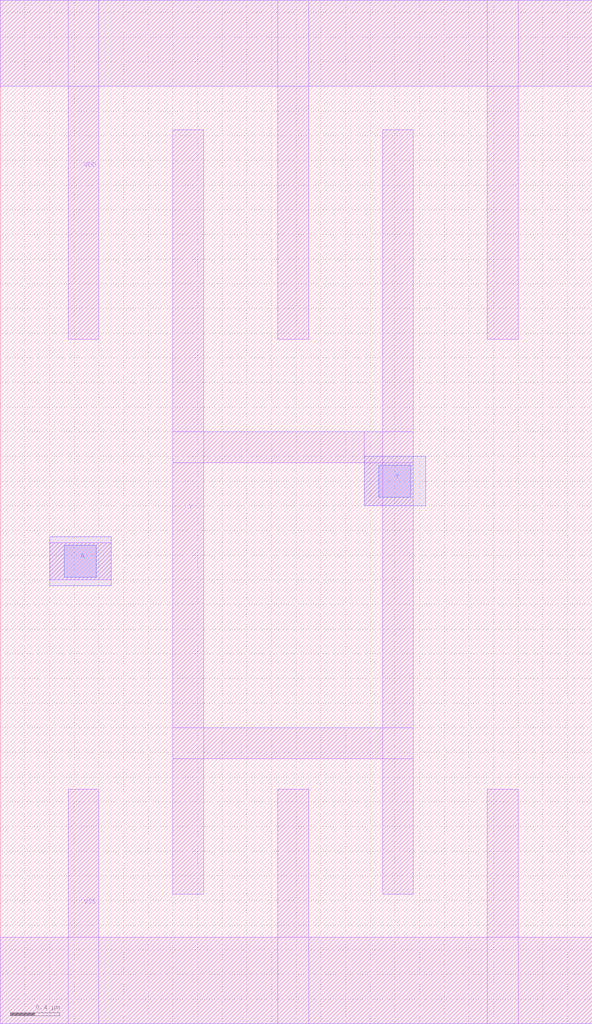
<source format=lef>
# Copyright 2022 Google LLC
# Licensed under the Apache License, Version 2.0 (the "License");
# you may not use this file except in compliance with the License.
# You may obtain a copy of the License at
#
#      http://www.apache.org/licenses/LICENSE-2.0
#
# Unless required by applicable law or agreed to in writing, software
# distributed under the License is distributed on an "AS IS" BASIS,
# WITHOUT WARRANTIES OR CONDITIONS OF ANY KIND, either express or implied.
# See the License for the specific language governing permissions and
# limitations under the License.
VERSION 5.7 ;
BUSBITCHARS "[]" ;
DIVIDERCHAR "/" ;

MACRO gf180mcu_osu_sc_gp12t3v3__inv_4
  CLASS CORE ;
  ORIGIN 0 0 ;
  FOREIGN gf180mcu_osu_sc_gp12t3v3__inv_4 0 0 ;
  SIZE 4.8 BY 8.3 ;
  SYMMETRY X Y ;
  SITE gf180mcu_osu_sc_gp12t3v3 ;
  PIN VDD
    DIRECTION INOUT ;
    USE POWER ;
    SHAPE ABUTMENT ;
    PORT
      LAYER Metal1 ;
        RECT 0 7.6 4.8 8.3 ;
        RECT 3.95 5.55 4.2 8.3 ;
        RECT 2.25 5.55 2.5 8.3 ;
        RECT 0.55 5.55 0.8 8.3 ;
    END
  END VDD
  PIN VSS
    DIRECTION INOUT ;
    USE GROUND ;
    SHAPE ABUTMENT ;
    PORT
      LAYER Metal1 ;
        RECT 0 0 4.8 0.7 ;
        RECT 3.95 0 4.2 1.9 ;
        RECT 2.25 0 2.5 1.9 ;
        RECT 0.55 0 0.8 1.9 ;
    END
  END VSS
  PIN A
    DIRECTION INPUT ;
    USE SIGNAL ;
    PORT
      LAYER Metal1 ;
        RECT 0.4 3.6 0.9 3.9 ;
      LAYER Metal2 ;
        RECT 0.4 3.55 0.9 3.95 ;
      LAYER Via1 ;
        RECT 0.52 3.62 0.78 3.88 ;
    END
  END A
  PIN Y
    DIRECTION OUTPUT ;
    USE SIGNAL ;
    PORT
      LAYER Metal1 ;
        RECT 3.1 1.05 3.35 7.25 ;
        RECT 1.4 4.55 3.35 4.8 ;
        RECT 2.95 4.2 3.35 4.8 ;
        RECT 1.4 2.15 3.35 2.4 ;
        RECT 1.4 1.05 1.65 7.25 ;
      LAYER Metal2 ;
        RECT 2.95 4.2 3.45 4.6 ;
      LAYER Via1 ;
        RECT 3.07 4.27 3.33 4.53 ;
    END
  END Y
END gf180mcu_osu_sc_gp12t3v3__inv_4

</source>
